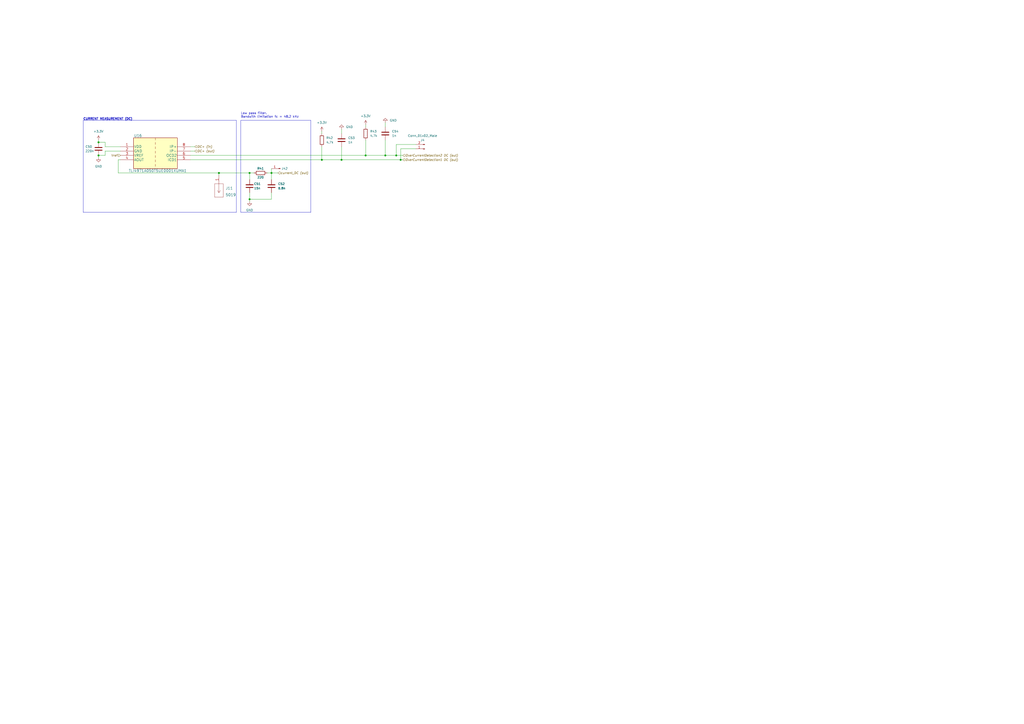
<source format=kicad_sch>
(kicad_sch (version 20230121) (generator eeschema)
  (paper "A2")
  (title_block (title "3-phase DC/AC converter with SV-PWM") (date "2023-03-16") (rev "V. 1.1") (comment 1 "Ingrid Hovland") (comment 2 "Eirik Skorve Haugland") (comment 3 "Marius Englund"))
  (lib_symbols
    (symbol "5VISO:+3.3V" (power) (pin_names (offset 0))
      (property "Value" "+3.3V" (at 0 3.556 0))
      (symbol "+3.3V_0_1"
        (polyline (pts (xy -0.762 1.27) (xy 0 2.54)))
        (polyline (pts (xy 0 0) (xy 0 2.54)))
        (polyline (pts (xy 0 2.54) (xy 0.762 1.27)))
      )
      (symbol "+3.3V_1_1"
        (pin power_in line (at 0 0 90) (length 0) hide (name "+3.3V") (number "1"))
      )
    )
    (symbol "Connector:Conn_01x01_Male" (pin_names (offset 1.016) hide)
      (property "Reference" "J" (at 0 2.54 0))
      (property "Value" "Conn_01x01_Male" (at 0 -2.54 0))
      (symbol "Conn_01x01_Male_1_1"
        (polyline (pts (xy 1.27 0) (xy 0.8636 0)) (stroke (width 0.1524)))
        (rectangle (start 0.8636 0.127) (end 0 -0.127) (stroke (width 0.1524)) (fill (type outline)))
        (pin passive line (at 5.08 0 180) (length 3.81) (name "Pin_1") (number "1"))
      )
    )
    (symbol "Connector:Conn_01x02_Male" (pin_names (offset 1.016) hide)
      (property "Reference" "J" (at 0 2.54 0))
      (property "Value" "Conn_01x02_Male" (at 0 -5.08 0))
      (symbol "Conn_01x02_Male_1_1"
        (polyline (pts (xy 1.27 -2.54) (xy 0.8636 -2.54)) (stroke (width 0.1524)))
        (polyline (pts (xy 1.27 0) (xy 0.8636 0)) (stroke (width 0.1524)))
        (rectangle (start 0.8636 -2.413) (end 0 -2.667) (stroke (width 0.1524)) (fill (type outline)))
        (rectangle (start 0.8636 0.127) (end 0 -0.127) (stroke (width 0.1524)) (fill (type outline)))
        (pin passive line (at 5.08 0 180) (length 3.81) (name "Pin_1") (number "1"))
        (pin passive line (at 5.08 -2.54 180) (length 3.81) (name "Pin_2") (number "2"))
      )
    )
    (symbol "Device:C" (pin_numbers hide) (pin_names (offset 0.254))
      (property "Reference" "C" (at 0.635 2.54 0))
      (property "Value" "C" (at 0.635 -2.54 0))
      (symbol "C_0_1"
        (polyline (pts (xy -2.032 -0.762) (xy 2.032 -0.762)) (stroke (width 0.508)))
        (polyline (pts (xy -2.032 0.762) (xy 2.032 0.762)) (stroke (width 0.508)))
      )
      (symbol "C_1_1"
        (pin passive line (at 0 3.81 270) (length 2.794) (name "~") (number "1"))
        (pin passive line (at 0 -3.81 90) (length 2.794) (name "~") (number "2"))
      )
    )
    (symbol "Device:R" (pin_numbers hide) (pin_names (offset 0))
      (property "Reference" "R" (at 2.032 0 90))
      (property "Value" "R" (at 0 0 90))
      (symbol "R_0_1"
        (rectangle (start -1.016 -2.54) (end 1.016 2.54) (stroke (width 0.254)))
      )
      (symbol "R_1_1"
        (pin passive line (at 0 3.81 270) (length 1.27) (name "~") (number "1"))
        (pin passive line (at 0 -3.81 90) (length 1.27) (name "~") (number "2"))
      )
    )
    (symbol "Keystone-5019:5019" (pin_names (offset 0.254) hide)
      (property "Reference" "J" (at 8.89 6.35 0))
      (property "Value" "5019" (at 10.16 0 0))
      (symbol "5019_1_1"
        (polyline (pts (xy 5.08 -2.54) (xy 12.7 -2.54)) (stroke (width 0.127)))
        (polyline (pts (xy 5.08 2.54) (xy 5.08 -2.54)) (stroke (width 0.127)))
        (polyline (pts (xy 10.16 0) (xy 5.08 0)) (stroke (width 0.127)))
        (polyline (pts (xy 10.16 0) (xy 8.89 -0.8382)) (stroke (width 0.127)))
        (polyline (pts (xy 10.16 0) (xy 8.89 0.8382)) (stroke (width 0.127)))
        (polyline (pts (xy 12.7 -2.54) (xy 12.7 2.54)) (stroke (width 0.127)))
        (polyline (pts (xy 12.7 2.54) (xy 5.08 2.54)) (stroke (width 0.127)))
        (pin unspecified line (at 0 0 0) (length 5.08) (name "1") (number "1"))
      )
    )
    (symbol "TLI4971A050T5UE0001XUMA1:TLI4971A050T5UE0001XUMA1" (pin_names (offset 0.254))
      (property "Reference" "U16" (at 10.16 6.35 0))
      (property "Value" "TLI4971A050T5UE0001XUMA1" (at 21.59 -13.97 0))
      (symbol "TLI4971A050T5UE0001XUMA1_0_1"
        (polyline (pts (xy 20.32 -10.16) (xy 20.32 -11.43)))
        (polyline (pts (xy 20.32 -7.62) (xy 20.32 -8.89)))
        (polyline (pts (xy 20.32 -5.08) (xy 20.32 -6.35)))
        (polyline (pts (xy 20.32 -2.54) (xy 20.32 -3.81)))
        (polyline (pts (xy 20.32 0) (xy 20.32 -1.27)))
        (polyline (pts (xy 20.32 2.54) (xy 20.32 1.27)))
        (polyline (pts (xy 20.32 5.08) (xy 20.32 3.81)))
        (rectangle (start 7.62 5.08) (end 33.02 -12.7) (fill (type background)))
      )
      (symbol "TLI4971A050T5UE0001XUMA1_1_1"
        (polyline (pts (xy 7.62 -12.7) (xy 33.02 -12.7)) (stroke (width 0.127)))
        (polyline (pts (xy 7.62 5.08) (xy 7.62 -12.7)) (stroke (width 0.127)))
        (polyline (pts (xy 33.02 -12.7) (xy 33.02 5.08)) (stroke (width 0.127)))
        (polyline (pts (xy 33.02 5.08) (xy 7.62 5.08)) (stroke (width 0.127)))
        (pin unspecified line (at 0 0 0) (length 7.62) (name "VDD") (number "1"))
        (pin unspecified line (at 0 -2.54 0) (length 7.62) (name "GND") (number "2"))
        (pin unspecified line (at 0 -5.08 0) (length 7.62) (name "VREF") (number "3"))
        (pin unspecified line (at 0 -7.62 0) (length 7.62) (name "AOUT") (number "4"))
        (pin unspecified line (at 40.64 -7.62 180) (length 7.62) (name "ICD1") (number "5"))
        (pin unspecified line (at 40.64 -5.08 180) (length 7.62) (name "OCD2") (number "6"))
        (pin unspecified line (at 40.64 -2.54 180) (length 7.62) (name "IP-") (number "7"))
        (pin unspecified line (at 40.64 0 180) (length 7.62) (name "IP+") (number "8"))
      )
    )
    (symbol "power:GND" (power) (pin_names (offset 0))
      (property "Value" "GND" (at 0 -3.81 0))
      (symbol "GND_0_1"
        (polyline (pts (xy 0 0) (xy 0 -1.27) (xy 1.27 -1.27) (xy 0 -2.54) (xy -1.27 -1.27) (xy 0 -1.27)))
      )
      (symbol "GND_1_1"
        (pin power_in line (at 0 0 270) (length 0) hide (name "GND") (number "1"))
      )
    )
  )
  (junction (at 186.69 92.71))
  (junction (at 144.78 100.33))
  (junction (at 198.12 92.71))
  (junction (at 223.52 90.17))
  (junction (at 157.48 100.33))
  (junction (at 127 100.33))
  (junction (at 57.15 82.55))
  (junction (at 212.09 90.17))
  (junction (at 57.15 90.17))
  (junction (at 144.78 115.57))
  (junction (at 232.41 92.71))
  (junction (at 229.87 90.17))
  (polyline (pts (xy 139.7 69.85) (xy 139.7 123.19)))
  (polyline (pts (xy 48.26 123.19) (xy 137.16 123.19)))
  (wire (pts (xy 157.48 100.33) (xy 157.48 104.14)))
  (wire (pts (xy 144.78 115.57) (xy 144.78 111.76)))
  (wire (pts (xy 60.96 82.55) (xy 60.96 85.09)))
  (wire (pts (xy 186.69 92.71) (xy 198.12 92.71)))
  (wire (pts (xy 223.52 90.17) (xy 229.87 90.17)))
  (polyline (pts (xy 48.26 69.85) (xy 137.16 69.85)))
  (wire (pts (xy 229.87 83.82) (xy 229.87 90.17)))
  (polyline (pts (xy 180.34 123.19) (xy 139.7 123.19)))
  (wire (pts (xy 110.49 92.71) (xy 186.69 92.71)))
  (wire (pts (xy 57.15 81.28) (xy 57.15 82.55)))
  (wire (pts (xy 57.15 90.17) (xy 60.96 90.17)))
  (wire (pts (xy 110.49 87.63) (xy 113.03 87.63)))
  (wire (pts (xy 144.78 100.33) (xy 144.78 104.14)))
  (wire (pts (xy 232.41 86.36) (xy 232.41 92.71)))
  (polyline (pts (xy 139.7 69.85) (xy 180.34 69.85)))
  (wire (pts (xy 127 100.33) (xy 144.78 100.33)))
  (wire (pts (xy 212.09 81.28) (xy 212.09 90.17)))
  (polyline (pts (xy 180.34 69.85) (xy 180.34 123.19)))
  (wire (pts (xy 186.69 85.09) (xy 186.69 92.71)))
  (wire (pts (xy 60.96 90.17) (xy 60.96 87.63)))
  (wire (pts (xy 68.58 100.33) (xy 127 100.33)))
  (wire (pts (xy 60.96 87.63) (xy 69.85 87.63)))
  (wire (pts (xy 212.09 72.39) (xy 212.09 73.66)))
  (wire (pts (xy 144.78 100.33) (xy 147.32 100.33)))
  (wire (pts (xy 229.87 90.17) (xy 233.68 90.17)))
  (polyline (pts (xy 48.26 69.85) (xy 48.26 123.19)))
  (wire (pts (xy 157.48 115.57) (xy 144.78 115.57)))
  (wire (pts (xy 127 101.6) (xy 127 100.33)))
  (wire (pts (xy 186.69 76.2) (xy 186.69 77.47)))
  (wire (pts (xy 232.41 92.71) (xy 233.68 92.71)))
  (wire (pts (xy 223.52 71.12) (xy 223.52 73.66)))
  (wire (pts (xy 241.3 83.82) (xy 229.87 83.82)))
  (wire (pts (xy 154.94 100.33) (xy 157.48 100.33)))
  (wire (pts (xy 212.09 90.17) (xy 223.52 90.17)))
  (wire (pts (xy 198.12 92.71) (xy 232.41 92.71)))
  (wire (pts (xy 157.48 97.79) (xy 157.48 100.33)))
  (wire (pts (xy 68.58 100.33) (xy 68.58 92.71)))
  (wire (pts (xy 198.12 74.93) (xy 198.12 77.47)))
  (wire (pts (xy 241.3 86.36) (xy 232.41 86.36)))
  (wire (pts (xy 157.48 111.76) (xy 157.48 115.57)))
  (wire (pts (xy 110.49 90.17) (xy 212.09 90.17)))
  (wire (pts (xy 110.49 85.09) (xy 113.03 85.09)))
  (wire (pts (xy 223.52 81.28) (xy 223.52 90.17)))
  (wire (pts (xy 57.15 82.55) (xy 60.96 82.55)))
  (wire (pts (xy 60.96 85.09) (xy 69.85 85.09)))
  (wire (pts (xy 68.58 92.71) (xy 69.85 92.71)))
  (wire (pts (xy 144.78 115.57) (xy 144.78 116.84)))
  (wire (pts (xy 157.48 100.33) (xy 161.29 100.33)))
  (wire (pts (xy 57.15 90.17) (xy 57.15 91.44)))
  (polyline (pts (xy 137.16 123.19) (xy 137.16 69.85)))
  (wire (pts (xy 198.12 85.09) (xy 198.12 92.71)))
  (text "Low pass filter.\nBandwith limitation fc = 48.2 kHz" (at 139.7 68.58 0) (effects (font (size 1.27 1.27)) (justify left bottom)))
  (text "CURRENT MEASUREMENT (DC)" (at 48.26 69.85 0) (effects (font (size 1.27 1.27) (thickness 0.254) bold) (justify left bottom)))
  (hierarchical_label "DC+ (in)" (shape input) (at 113.03 85.09 0) (effects (font italic)))
  (hierarchical_label "OverCurrentDetection1 DC (out)" (shape input) (at 233.68 92.71 0) (effects (font italic)))
  (hierarchical_label "current_DC (out)" (shape input) (at 161.29 100.33 0) (effects (font italic)))
  (hierarchical_label "OverCurrentDetection2 DC (out)" (shape input) (at 233.68 90.17 0) (effects (font italic)))
  (hierarchical_label "Vref" (shape input) (at 69.85 90.17 180))
  (hierarchical_label "DC+ (out)" (shape input) (at 113.03 87.63 0) (effects (font italic)))
  (symbol (lib_id "Device:C") (at 144.78 107.95 0) (unit 1)
    (property "Reference" "C51" (at 147.32 106.68 0) (effects (justify left)))
    (property "Value" "15n" (at 147.32 109.22 0) (effects (justify left)))
    (property "Footprint" "Capacitor_SMD:C_1206_3216Metric_Pad1.33x1.80mm_HandSolder" (effects hide))
  )
  (symbol (lib_id "Keystone-5019:5019") (at 127 101.6 270) (unit 1)
    (property "Reference" "J11" (at 130.81 109.22 90) (effects (font (size 1.524 1.524)) (justify left)))
    (property "Value" "5019" (at 130.81 113.03 90) (effects (font (size 1.524 1.524)) (justify left)))
    (property "Footprint" "SVPWM-LIB-footprints:Keystone-5019" (effects hide))
  )
  (symbol (lib_id "5VISO:+3.3V") (at 186.69 76.2 0) (unit 1)
    (property "Reference" "#PWR0210" (effects hide))
    (property "Value" "+3.3V" (at 186.69 71.12 0))
  )
  (symbol (lib_id "Connector:Conn_01x01_Male") (at 162.56 97.79 180) (unit 1)
    (property "Reference" "J42" (at 165.1 97.79 0))
    (property "Value" "Conn_01x01_Male" (effects hide))
    (property "Footprint" "Connector_PinHeader_1.00mm:PinHeader_1x01_P1.00mm_Vertical" (effects hide))
  )
  (symbol (lib_id "Device:C") (at 198.12 81.28 0) (unit 1)
    (property "Reference" "C53" (at 201.93 80.0099 0) (effects (justify left)))
    (property "Value" "1n" (at 201.93 82.5499 0) (effects (justify left)))
    (property "Footprint" "Capacitor_SMD:C_1206_3216Metric_Pad1.33x1.80mm_HandSolder" (effects hide))
  )
  (symbol (lib_id "power:GND") (at 144.78 116.84 0) (unit 1)
    (property "Reference" "#PWR0181" (effects hide))
    (property "Value" "GND" (at 144.78 121.92 0))
  )
  (symbol (lib_id "Device:R") (at 151.13 100.33 90) (unit 1)
    (property "Reference" "R41" (at 151.13 97.79 90))
    (property "Value" "220" (at 151.13 102.87 90))
    (property "Footprint" "Resistor_SMD:R_1206_3216Metric_Pad1.30x1.75mm_HandSolder" (effects hide))
  )
  (symbol (lib_id "Device:C") (at 157.48 107.95 0) (unit 1)
    (property "Reference" "C52" (at 161.29 106.68 0) (effects (justify left)))
    (property "Value" "6.8n" (at 161.29 109.2199 0) (effects (justify left)))
    (property "Footprint" "Capacitor_SMD:C_1206_3216Metric_Pad1.33x1.80mm_HandSolder" (effects hide))
  )
  (symbol (lib_id "Device:R") (at 212.09 77.47 0) (unit 1)
    (property "Reference" "R43" (at 214.63 76.1999 0) (effects (justify left)))
    (property "Value" "4.7k" (at 214.63 78.7399 0) (effects (justify left)))
    (property "Footprint" "Resistor_SMD:R_1206_3216Metric_Pad1.30x1.75mm_HandSolder" (effects hide))
  )
  (symbol (lib_id "Device:C") (at 57.15 86.36 180) (unit 1)
    (property "Reference" "C50" (at 49.53 85.09 0) (effects (justify right)))
    (property "Value" "220n" (at 49.53 87.63 0) (effects (justify right)))
    (property "Footprint" "Capacitor_SMD:C_1206_3216Metric_Pad1.33x1.80mm_HandSolder" (effects hide))
  )
  (symbol (lib_id "TLI4971A050T5UE0001XUMA1:TLI4971A050T5UE0001XUMA1") (at 69.85 85.09 0) (unit 1)
    (property "Reference" "U16" (at 80.01 78.74 0) (effects (font (size 1.524 1.524))))
    (property "Value" "TLI4971A050T5UE0001XUMA1" (at 91.44 99.06 0) (effects (font (size 1.524 1.524))))
    (property "Footprint" "SVPWM-LIB-footprints:TLI4971A050T5UE0001XUMA1" (effects hide))
  )
  (symbol (lib_id "5VISO:+3.3V") (at 57.15 81.28 0) (unit 1)
    (property "Reference" "#PWR0182" (effects hide))
    (property "Value" "+3.3V" (at 57.15 76.2 0))
  )
  (symbol (lib_id "Connector:Conn_01x02_Male") (at 246.38 86.36 180) (unit 1)
    (property "Reference" "J4" (at 245.11 81.28 0))
    (property "Value" "Conn_01x02_Male" (at 245.11 78.74 0))
    (property "Footprint" "Connector_PinHeader_1.00mm:PinHeader_1x02_P1.00mm_Vertical" (effects hide))
  )
  (symbol (lib_id "Device:C") (at 223.52 77.47 0) (unit 1)
    (property "Reference" "C54" (at 227.33 76.1999 0) (effects (justify left)))
    (property "Value" "1n" (at 227.33 78.7399 0) (effects (justify left)))
    (property "Footprint" "Capacitor_SMD:C_1206_3216Metric_Pad1.33x1.80mm_HandSolder" (effects hide))
  )
  (symbol (lib_id "Device:R") (at 186.69 81.28 0) (unit 1)
    (property "Reference" "R42" (at 189.23 80.0099 0) (effects (justify left)))
    (property "Value" "4.7k" (at 189.23 82.5499 0) (effects (justify left)))
    (property "Footprint" "Resistor_SMD:R_1206_3216Metric_Pad1.30x1.75mm_HandSolder" (effects hide))
  )
  (symbol (lib_id "5VISO:+3.3V") (at 212.09 72.39 0) (unit 1)
    (property "Reference" "#PWR0211" (effects hide))
    (property "Value" "+3.3V" (at 212.09 67.31 0))
  )
  (symbol (lib_id "power:GND") (at 57.15 91.44 0) (unit 1)
    (property "Reference" "#PWR0183" (effects hide))
    (property "Value" "GND" (at 57.15 96.52 0))
  )
  (symbol (lib_id "power:GND") (at 223.52 71.12 180) (unit 1)
    (property "Reference" "#PWR0184" (effects hide))
    (property "Value" "GND" (at 226.06 69.8499 0) (effects (justify right)))
  )
  (symbol (lib_id "power:GND") (at 198.12 74.93 180) (unit 1)
    (property "Reference" "#PWR0180" (effects hide))
    (property "Value" "GND" (at 200.66 73.6599 0) (effects (justify right)))
  )
)
</source>
